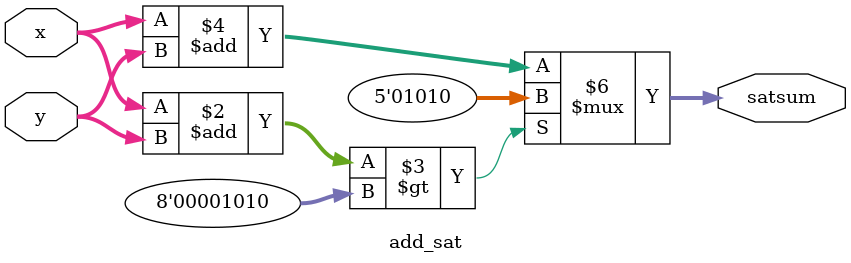
<source format=v>

module add_sat( x, y, satsum );
  parameter limit = 8'H0A;
  input [3:0] x;
  input [3:0] y;
  output reg [4:0] satsum;
  always @(*) begin
    if ( x + y > limit)
      satsum = limit;
    else
      satsum = x + y;
    end
endmodule
</source>
